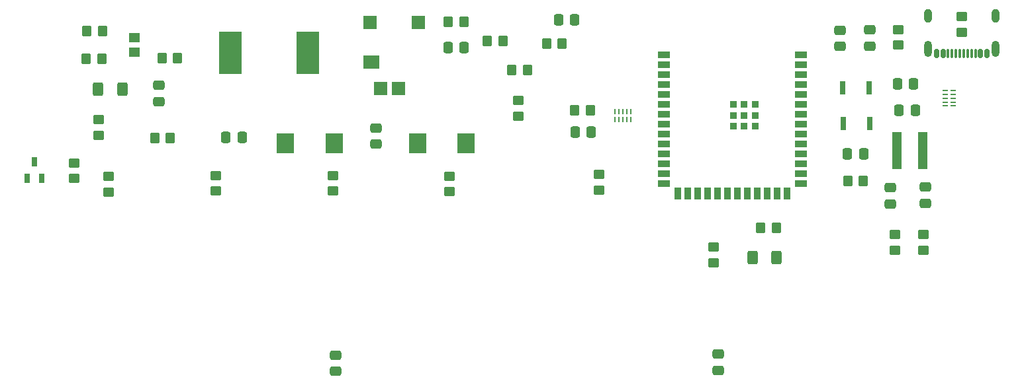
<source format=gbp>
G04 #@! TF.GenerationSoftware,KiCad,Pcbnew,8.0.0*
G04 #@! TF.CreationDate,2024-11-13T23:09:03+01:00*
G04 #@! TF.ProjectId,nixie_alarm_main_board,6e697869-655f-4616-9c61-726d5f6d6169,rev?*
G04 #@! TF.SameCoordinates,Original*
G04 #@! TF.FileFunction,Paste,Bot*
G04 #@! TF.FilePolarity,Positive*
%FSLAX46Y46*%
G04 Gerber Fmt 4.6, Leading zero omitted, Abs format (unit mm)*
G04 Created by KiCad (PCBNEW 8.0.0) date 2024-11-13 23:09:03*
%MOMM*%
%LPD*%
G01*
G04 APERTURE LIST*
G04 Aperture macros list*
%AMRoundRect*
0 Rectangle with rounded corners*
0 $1 Rounding radius*
0 $2 $3 $4 $5 $6 $7 $8 $9 X,Y pos of 4 corners*
0 Add a 4 corners polygon primitive as box body*
4,1,4,$2,$3,$4,$5,$6,$7,$8,$9,$2,$3,0*
0 Add four circle primitives for the rounded corners*
1,1,$1+$1,$2,$3*
1,1,$1+$1,$4,$5*
1,1,$1+$1,$6,$7*
1,1,$1+$1,$8,$9*
0 Add four rect primitives between the rounded corners*
20,1,$1+$1,$2,$3,$4,$5,0*
20,1,$1+$1,$4,$5,$6,$7,0*
20,1,$1+$1,$6,$7,$8,$9,0*
20,1,$1+$1,$8,$9,$2,$3,0*%
G04 Aperture macros list end*
%ADD10RoundRect,0.250000X-0.475000X0.337500X-0.475000X-0.337500X0.475000X-0.337500X0.475000X0.337500X0*%
%ADD11R,0.650000X1.200000*%
%ADD12RoundRect,0.250000X-0.337500X-0.475000X0.337500X-0.475000X0.337500X0.475000X-0.337500X0.475000X0*%
%ADD13RoundRect,0.250000X0.450000X-0.350000X0.450000X0.350000X-0.450000X0.350000X-0.450000X-0.350000X0*%
%ADD14RoundRect,0.250000X-0.450000X0.350000X-0.450000X-0.350000X0.450000X-0.350000X0.450000X0.350000X0*%
%ADD15RoundRect,0.250000X0.337500X0.475000X-0.337500X0.475000X-0.337500X-0.475000X0.337500X-0.475000X0*%
%ADD16R,2.900000X5.400000*%
%ADD17R,0.750000X0.250000*%
%ADD18R,2.300000X2.500000*%
%ADD19R,1.250000X4.700000*%
%ADD20RoundRect,0.250000X0.350000X0.450000X-0.350000X0.450000X-0.350000X-0.450000X0.350000X-0.450000X0*%
%ADD21RoundRect,0.250000X0.400000X0.625000X-0.400000X0.625000X-0.400000X-0.625000X0.400000X-0.625000X0*%
%ADD22RoundRect,0.250000X-0.350000X-0.450000X0.350000X-0.450000X0.350000X0.450000X-0.350000X0.450000X0*%
%ADD23R,1.450000X1.150000*%
%ADD24R,0.250000X0.750000*%
%ADD25RoundRect,0.250000X0.475000X-0.337500X0.475000X0.337500X-0.475000X0.337500X-0.475000X-0.337500X0*%
%ADD26RoundRect,0.250000X-0.400000X-0.625000X0.400000X-0.625000X0.400000X0.625000X-0.400000X0.625000X0*%
%ADD27R,0.800000X1.700000*%
%ADD28R,1.800000X1.700000*%
%ADD29R,2.100000X1.800000*%
%ADD30R,1.700000X1.800000*%
%ADD31R,0.900000X0.900000*%
%ADD32R,1.500000X0.900000*%
%ADD33R,0.900000X1.500000*%
%ADD34RoundRect,0.150000X-0.150000X-0.425000X0.150000X-0.425000X0.150000X0.425000X-0.150000X0.425000X0*%
%ADD35RoundRect,0.075000X-0.075000X-0.500000X0.075000X-0.500000X0.075000X0.500000X-0.075000X0.500000X0*%
%ADD36O,1.000000X1.800000*%
%ADD37O,1.000000X2.100000*%
G04 APERTURE END LIST*
D10*
X200050000Y-77962500D03*
X200050000Y-80037500D03*
D11*
X94185000Y-97000000D03*
X92265000Y-97000000D03*
X93225000Y-94900000D03*
D12*
X162362500Y-91100000D03*
X164437500Y-91100000D03*
D13*
X98300000Y-97025000D03*
X98300000Y-95025000D03*
D10*
X109150000Y-85087500D03*
X109150000Y-87162500D03*
D14*
X146350000Y-96728000D03*
X146350000Y-98728000D03*
D15*
X119787500Y-91725000D03*
X117712500Y-91725000D03*
D16*
X128150000Y-80878000D03*
X118250000Y-80878000D03*
D10*
X136950000Y-90562500D03*
X136950000Y-92637500D03*
D17*
X210750000Y-85725000D03*
X210750000Y-86225000D03*
X210750000Y-86725000D03*
X210750000Y-87225000D03*
X210750000Y-87725000D03*
X209750000Y-87725000D03*
X209750000Y-87225000D03*
X209750000Y-86725000D03*
X209750000Y-86225000D03*
X209750000Y-85725000D03*
D15*
X199287500Y-93828000D03*
X197212500Y-93828000D03*
D18*
X131550000Y-92500000D03*
X125350000Y-92500000D03*
D19*
X203575000Y-93425000D03*
X206825000Y-93425000D03*
D20*
X188125000Y-103325000D03*
X186125000Y-103325000D03*
D21*
X104475000Y-85550000D03*
X101375000Y-85550000D03*
D22*
X162325000Y-88300000D03*
X164325000Y-88300000D03*
X197250000Y-97325000D03*
X199250000Y-97325000D03*
D23*
X106050000Y-80800000D03*
X106050000Y-79000000D03*
D20*
X153150000Y-79425000D03*
X151150000Y-79425000D03*
D12*
X203837500Y-88275000D03*
X205912500Y-88275000D03*
D24*
X167500000Y-88425000D03*
X168000000Y-88425000D03*
X168500000Y-88425000D03*
X169000000Y-88425000D03*
X169500000Y-88425000D03*
X169500000Y-89425000D03*
X169000000Y-89425000D03*
X168500000Y-89425000D03*
X168000000Y-89425000D03*
X167500000Y-89425000D03*
D25*
X196275000Y-80087500D03*
X196275000Y-78012500D03*
D13*
X203750000Y-79925000D03*
X203750000Y-77925000D03*
D20*
X110600000Y-91828000D03*
X108600000Y-91828000D03*
D10*
X207225000Y-98112500D03*
X207225000Y-100187500D03*
D14*
X131450000Y-96628000D03*
X131450000Y-98628000D03*
D13*
X206925000Y-106225000D03*
X206925000Y-104225000D03*
D25*
X180700000Y-121637500D03*
X180700000Y-119562500D03*
D26*
X185050000Y-107200000D03*
X188150000Y-107200000D03*
D13*
X155150000Y-89000000D03*
X155150000Y-87000000D03*
D22*
X109525000Y-81575000D03*
X111525000Y-81575000D03*
D13*
X203325000Y-106225000D03*
X203325000Y-104225000D03*
D15*
X162337500Y-76700000D03*
X160262500Y-76700000D03*
D13*
X180050000Y-107828000D03*
X180050000Y-105828000D03*
D22*
X99925000Y-78150000D03*
X101925000Y-78150000D03*
D13*
X211825000Y-78275000D03*
X211825000Y-76275000D03*
D10*
X202700000Y-98187500D03*
X202700000Y-100262500D03*
D27*
X196625000Y-85425000D03*
X200025000Y-85425000D03*
D15*
X148187500Y-80275000D03*
X146112500Y-80275000D03*
D20*
X101825000Y-81650000D03*
X99825000Y-81650000D03*
X156300000Y-83125000D03*
X154300000Y-83125000D03*
D22*
X158725000Y-79700000D03*
X160725000Y-79700000D03*
D25*
X131750000Y-121737500D03*
X131750000Y-119662500D03*
D27*
X200050000Y-89950000D03*
X196650000Y-89950000D03*
D14*
X165450000Y-96528000D03*
X165450000Y-98528000D03*
X116420000Y-96640000D03*
X116420000Y-98640000D03*
D15*
X205662500Y-84875000D03*
X203587500Y-84875000D03*
D20*
X148150000Y-76975000D03*
X146150000Y-76975000D03*
D28*
X139750000Y-85478000D03*
D29*
X136350000Y-82128000D03*
D28*
X137500000Y-85478000D03*
D30*
X142350000Y-76978000D03*
X136150000Y-76978000D03*
D14*
X101450000Y-89475000D03*
X101450000Y-91475000D03*
X102725000Y-96775000D03*
X102725000Y-98775000D03*
D18*
X142225000Y-92500000D03*
X148425000Y-92500000D03*
D31*
X185400000Y-90328000D03*
X185400000Y-88928000D03*
X185400000Y-87528000D03*
X184000000Y-90328000D03*
X184000000Y-88928000D03*
X184000000Y-87528000D03*
X182600000Y-90328000D03*
X182600000Y-88928000D03*
X182600000Y-87528000D03*
D32*
X191250000Y-81208000D03*
X191250000Y-82478000D03*
X191250000Y-83748000D03*
X191250000Y-85018000D03*
X191250000Y-86288000D03*
X191250000Y-87558000D03*
X191250000Y-88828000D03*
X191250000Y-90098000D03*
X191250000Y-91368000D03*
X191250000Y-92638000D03*
X191250000Y-93908000D03*
X191250000Y-95178000D03*
X191250000Y-96448000D03*
X191250000Y-97718000D03*
D33*
X189485000Y-98968000D03*
X188215000Y-98968000D03*
X186945000Y-98968000D03*
X185675000Y-98968000D03*
X184405000Y-98968000D03*
X183135000Y-98968000D03*
X181865000Y-98968000D03*
X180595000Y-98968000D03*
X179325000Y-98968000D03*
X178055000Y-98968000D03*
X176785000Y-98968000D03*
X175515000Y-98968000D03*
D32*
X173750000Y-97718000D03*
X173750000Y-96448000D03*
X173750000Y-95178000D03*
X173750000Y-93908000D03*
X173750000Y-92638000D03*
X173750000Y-91368000D03*
X173750000Y-90098000D03*
X173750000Y-88828000D03*
X173750000Y-87558000D03*
X173750000Y-86288000D03*
X173750000Y-85018000D03*
X173750000Y-83748000D03*
X173750000Y-82478000D03*
X173750000Y-81208000D03*
D34*
X208650000Y-80968000D03*
X209450000Y-80968000D03*
D35*
X210600000Y-80968000D03*
X211600000Y-80968000D03*
X212100000Y-80968000D03*
X213100000Y-80968000D03*
D34*
X214250000Y-80968000D03*
X215050000Y-80968000D03*
X215050000Y-80968000D03*
X214250000Y-80968000D03*
D35*
X213600000Y-80968000D03*
X212600000Y-80968000D03*
X211100000Y-80968000D03*
X210100000Y-80968000D03*
D34*
X209450000Y-80968000D03*
X208650000Y-80968000D03*
D36*
X207530000Y-76213000D03*
D37*
X207530000Y-80393000D03*
D36*
X216170000Y-76213000D03*
D37*
X216170000Y-80393000D03*
M02*

</source>
